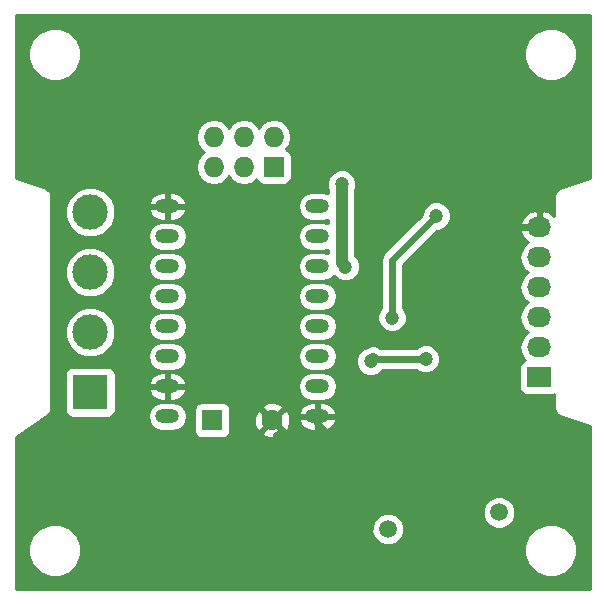
<source format=gbr>
G04 #@! TF.FileFunction,Copper,L1,Top,Signal*
%FSLAX46Y46*%
G04 Gerber Fmt 4.6, Leading zero omitted, Abs format (unit mm)*
G04 Created by KiCad (PCBNEW 0.201604172031+6696~44~ubuntu14.04.1-product) date Thu 21 Apr 2016 04:16:58 PM EEST*
%MOMM*%
%LPD*%
G01*
G04 APERTURE LIST*
%ADD10C,0.100000*%
%ADD11R,2.032000X1.727200*%
%ADD12O,2.032000X1.727200*%
%ADD13O,2.000000X1.200000*%
%ADD14R,1.727200X1.727200*%
%ADD15O,1.727200X1.727200*%
%ADD16R,1.778000X1.778000*%
%ADD17C,1.778000*%
%ADD18R,2.999740X2.999740*%
%ADD19C,2.999740*%
%ADD20C,1.500000*%
%ADD21C,1.200000*%
%ADD22C,1.000000*%
%ADD23C,0.600000*%
%ADD24C,0.254000*%
G04 APERTURE END LIST*
D10*
D11*
X142000000Y-61370000D03*
D12*
X142000000Y-58830000D03*
X142000000Y-56290000D03*
X142000000Y-53750000D03*
X142000000Y-51210000D03*
X142000000Y-48670000D03*
D13*
X110529759Y-64674669D03*
X123229759Y-64674669D03*
X110529759Y-62134669D03*
X123229759Y-62134669D03*
X110529759Y-59594669D03*
X123229759Y-59594669D03*
X110529759Y-57054669D03*
X123229759Y-57054669D03*
X110529759Y-54514669D03*
X123229759Y-54514669D03*
X110529759Y-51974669D03*
X123229759Y-51974669D03*
X110529759Y-49434669D03*
X123229759Y-49434669D03*
X110529759Y-46894669D03*
X123229759Y-46894669D03*
D14*
X119540000Y-43540000D03*
D15*
X119540000Y-41000000D03*
X117000000Y-43540000D03*
X117000000Y-41000000D03*
X114460000Y-43540000D03*
X114460000Y-41000000D03*
D16*
X114333000Y-65000000D03*
D17*
X119413000Y-65000000D03*
D18*
X104000000Y-62620000D03*
D19*
X104000000Y-57540000D03*
X104000000Y-52460000D03*
X104000000Y-47380000D03*
D20*
X129200000Y-74200000D03*
X138600000Y-72800000D03*
D21*
X120000000Y-66500000D03*
X121500000Y-66500000D03*
X123000000Y-66500000D03*
X124500000Y-66500000D03*
X129800000Y-68800000D03*
X134600000Y-68200000D03*
X132400000Y-57900000D03*
X131000000Y-57400000D03*
X113600000Y-61800000D03*
X112800000Y-60600000D03*
X140300000Y-47000000D03*
X139600000Y-48600000D03*
X141900000Y-46600000D03*
X127400000Y-50400000D03*
X127750000Y-60000000D03*
X132400000Y-59800000D03*
X129546235Y-56306160D03*
X133300000Y-47699998D03*
X125600000Y-52000000D03*
X125300000Y-45000000D03*
D22*
X114007669Y-64674669D02*
X114333000Y-65000000D01*
D23*
X123000000Y-66500000D02*
X121500000Y-66500000D01*
X123229759Y-64674669D02*
X123229759Y-65229759D01*
X123229759Y-65229759D02*
X124500000Y-66500000D01*
X132400000Y-57900000D02*
X131500000Y-57900000D01*
X131500000Y-57900000D02*
X131000000Y-57400000D01*
X112800000Y-60600000D02*
X112800000Y-61000000D01*
X112800000Y-61000000D02*
X113600000Y-61800000D01*
X142000000Y-48670000D02*
X139670000Y-48670000D01*
X139670000Y-48670000D02*
X139600000Y-48600000D01*
D22*
X127750000Y-60000000D02*
X127950000Y-59800000D01*
D23*
X127950000Y-59800000D02*
X132400000Y-59800000D01*
X129546235Y-51453763D02*
X129546235Y-56306160D01*
X133300000Y-47699998D02*
X129546235Y-51453763D01*
D22*
X125300001Y-51700001D02*
X125600000Y-52000000D01*
X125300000Y-45000000D02*
X125300001Y-51700001D01*
D24*
G36*
X146290000Y-44488261D02*
X143775478Y-45326435D01*
X143753314Y-45339069D01*
X143728295Y-45344046D01*
X143633673Y-45407270D01*
X143534807Y-45463628D01*
X143519167Y-45483780D01*
X143497954Y-45497954D01*
X143434733Y-45592572D01*
X143364956Y-45682478D01*
X143358217Y-45707086D01*
X143344046Y-45728295D01*
X143321845Y-45839907D01*
X143291787Y-45949669D01*
X143294977Y-45974977D01*
X143290000Y-46000000D01*
X143290000Y-47713702D01*
X142914320Y-47378046D01*
X142361913Y-47184816D01*
X142127000Y-47329076D01*
X142127000Y-48543000D01*
X142147000Y-48543000D01*
X142147000Y-48797000D01*
X142127000Y-48797000D01*
X142127000Y-48817000D01*
X141873000Y-48817000D01*
X141873000Y-48797000D01*
X140513783Y-48797000D01*
X140392642Y-49029026D01*
X140395291Y-49044791D01*
X140649268Y-49572036D01*
X141065069Y-49943539D01*
X140755585Y-50150330D01*
X140430729Y-50636511D01*
X140316655Y-51210000D01*
X140430729Y-51783489D01*
X140755585Y-52269670D01*
X141070366Y-52480000D01*
X140755585Y-52690330D01*
X140430729Y-53176511D01*
X140316655Y-53750000D01*
X140430729Y-54323489D01*
X140755585Y-54809670D01*
X141070366Y-55020000D01*
X140755585Y-55230330D01*
X140430729Y-55716511D01*
X140316655Y-56290000D01*
X140430729Y-56863489D01*
X140755585Y-57349670D01*
X141070366Y-57560000D01*
X140755585Y-57770330D01*
X140430729Y-58256511D01*
X140316655Y-58830000D01*
X140430729Y-59403489D01*
X140755585Y-59889670D01*
X140772566Y-59901016D01*
X140736235Y-59908243D01*
X140526191Y-60048591D01*
X140385843Y-60258635D01*
X140336560Y-60506400D01*
X140336560Y-62233600D01*
X140385843Y-62481365D01*
X140526191Y-62691409D01*
X140736235Y-62831757D01*
X140984000Y-62881040D01*
X143016000Y-62881040D01*
X143263765Y-62831757D01*
X143290000Y-62814227D01*
X143290000Y-64000000D01*
X143294977Y-64025023D01*
X143291787Y-64050331D01*
X143321845Y-64160093D01*
X143344046Y-64271705D01*
X143358217Y-64292914D01*
X143364956Y-64317522D01*
X143434733Y-64407428D01*
X143497954Y-64502046D01*
X143519167Y-64516220D01*
X143534807Y-64536372D01*
X143633673Y-64592730D01*
X143728295Y-64655954D01*
X143753314Y-64660931D01*
X143775478Y-64673565D01*
X146290000Y-65511739D01*
X146290000Y-79290000D01*
X97710000Y-79290000D01*
X97710000Y-76442619D01*
X98764613Y-76442619D01*
X99104155Y-77264372D01*
X99732321Y-77893636D01*
X100553481Y-78234611D01*
X101442619Y-78235387D01*
X102264372Y-77895845D01*
X102893636Y-77267679D01*
X103234611Y-76446519D01*
X103234614Y-76442619D01*
X140764613Y-76442619D01*
X141104155Y-77264372D01*
X141732321Y-77893636D01*
X142553481Y-78234611D01*
X143442619Y-78235387D01*
X144264372Y-77895845D01*
X144893636Y-77267679D01*
X145234611Y-76446519D01*
X145235387Y-75557381D01*
X144895845Y-74735628D01*
X144267679Y-74106364D01*
X143446519Y-73765389D01*
X142557381Y-73764613D01*
X141735628Y-74104155D01*
X141106364Y-74732321D01*
X140765389Y-75553481D01*
X140764613Y-76442619D01*
X103234614Y-76442619D01*
X103235387Y-75557381D01*
X102895845Y-74735628D01*
X102634959Y-74474285D01*
X127814760Y-74474285D01*
X128025169Y-74983515D01*
X128414436Y-75373461D01*
X128923298Y-75584759D01*
X129474285Y-75585240D01*
X129983515Y-75374831D01*
X130373461Y-74985564D01*
X130584759Y-74476702D01*
X130585240Y-73925715D01*
X130374831Y-73416485D01*
X130033227Y-73074285D01*
X137214760Y-73074285D01*
X137425169Y-73583515D01*
X137814436Y-73973461D01*
X138323298Y-74184759D01*
X138874285Y-74185240D01*
X139383515Y-73974831D01*
X139773461Y-73585564D01*
X139984759Y-73076702D01*
X139985240Y-72525715D01*
X139774831Y-72016485D01*
X139385564Y-71626539D01*
X138876702Y-71415241D01*
X138325715Y-71414760D01*
X137816485Y-71625169D01*
X137426539Y-72014436D01*
X137215241Y-72523298D01*
X137214760Y-73074285D01*
X130033227Y-73074285D01*
X129985564Y-73026539D01*
X129476702Y-72815241D01*
X128925715Y-72814760D01*
X128416485Y-73025169D01*
X128026539Y-73414436D01*
X127815241Y-73923298D01*
X127814760Y-74474285D01*
X102634959Y-74474285D01*
X102267679Y-74106364D01*
X101446519Y-73765389D01*
X100557381Y-73764613D01*
X99735628Y-74104155D01*
X99106364Y-74732321D01*
X98765389Y-75553481D01*
X98764613Y-76442619D01*
X97710000Y-76442619D01*
X97710000Y-66379981D01*
X100393837Y-64590756D01*
X100443596Y-64541101D01*
X100502046Y-64502046D01*
X100540693Y-64444206D01*
X100589930Y-64395072D01*
X100616899Y-64330155D01*
X100655954Y-64271705D01*
X100669525Y-64203482D01*
X100696212Y-64139243D01*
X100696285Y-64068948D01*
X100710000Y-64000000D01*
X100710000Y-61120130D01*
X101852690Y-61120130D01*
X101852690Y-64119870D01*
X101901973Y-64367635D01*
X102042321Y-64577679D01*
X102252365Y-64718027D01*
X102500130Y-64767310D01*
X105499870Y-64767310D01*
X105747635Y-64718027D01*
X105812524Y-64674669D01*
X108862727Y-64674669D01*
X108956736Y-65147283D01*
X109224450Y-65547946D01*
X109625113Y-65815660D01*
X110097727Y-65909669D01*
X110961791Y-65909669D01*
X111434405Y-65815660D01*
X111835068Y-65547946D01*
X112102782Y-65147283D01*
X112196791Y-64674669D01*
X112102782Y-64202055D01*
X112041942Y-64111000D01*
X112796560Y-64111000D01*
X112796560Y-65889000D01*
X112845843Y-66136765D01*
X112986191Y-66346809D01*
X113196235Y-66487157D01*
X113444000Y-66536440D01*
X115222000Y-66536440D01*
X115469765Y-66487157D01*
X115679809Y-66346809D01*
X115820157Y-66136765D01*
X115833000Y-66072196D01*
X118520409Y-66072196D01*
X118605467Y-66327539D01*
X119174965Y-66535516D01*
X119780700Y-66509723D01*
X120220533Y-66327539D01*
X120305591Y-66072196D01*
X119413000Y-65179605D01*
X118520409Y-66072196D01*
X115833000Y-66072196D01*
X115869440Y-65889000D01*
X115869440Y-64761965D01*
X117877484Y-64761965D01*
X117903277Y-65367700D01*
X118085461Y-65807533D01*
X118340804Y-65892591D01*
X119233395Y-65000000D01*
X119592605Y-65000000D01*
X120485196Y-65892591D01*
X120740539Y-65807533D01*
X120948516Y-65238035D01*
X120938052Y-64992278D01*
X121636297Y-64992278D01*
X121640167Y-65029950D01*
X121866679Y-65458143D01*
X122239812Y-65767059D01*
X122702759Y-65909669D01*
X123102759Y-65909669D01*
X123102759Y-64801669D01*
X123356759Y-64801669D01*
X123356759Y-65909669D01*
X123756759Y-65909669D01*
X124219706Y-65767059D01*
X124592839Y-65458143D01*
X124819351Y-65029950D01*
X124823221Y-64992278D01*
X124698490Y-64801669D01*
X123356759Y-64801669D01*
X123102759Y-64801669D01*
X121761028Y-64801669D01*
X121636297Y-64992278D01*
X120938052Y-64992278D01*
X120922723Y-64632300D01*
X120808716Y-64357060D01*
X121636297Y-64357060D01*
X121761028Y-64547669D01*
X123102759Y-64547669D01*
X123102759Y-63439669D01*
X123356759Y-63439669D01*
X123356759Y-64547669D01*
X124698490Y-64547669D01*
X124823221Y-64357060D01*
X124819351Y-64319388D01*
X124592839Y-63891195D01*
X124219706Y-63582279D01*
X123756759Y-63439669D01*
X123356759Y-63439669D01*
X123102759Y-63439669D01*
X122702759Y-63439669D01*
X122239812Y-63582279D01*
X121866679Y-63891195D01*
X121640167Y-64319388D01*
X121636297Y-64357060D01*
X120808716Y-64357060D01*
X120740539Y-64192467D01*
X120485196Y-64107409D01*
X119592605Y-65000000D01*
X119233395Y-65000000D01*
X118340804Y-64107409D01*
X118085461Y-64192467D01*
X117877484Y-64761965D01*
X115869440Y-64761965D01*
X115869440Y-64111000D01*
X115833001Y-63927804D01*
X118520409Y-63927804D01*
X119413000Y-64820395D01*
X120305591Y-63927804D01*
X120220533Y-63672461D01*
X119651035Y-63464484D01*
X119045300Y-63490277D01*
X118605467Y-63672461D01*
X118520409Y-63927804D01*
X115833001Y-63927804D01*
X115820157Y-63863235D01*
X115679809Y-63653191D01*
X115469765Y-63512843D01*
X115222000Y-63463560D01*
X113444000Y-63463560D01*
X113196235Y-63512843D01*
X112986191Y-63653191D01*
X112845843Y-63863235D01*
X112796560Y-64111000D01*
X112041942Y-64111000D01*
X111835068Y-63801392D01*
X111434405Y-63533678D01*
X110961791Y-63439669D01*
X110097727Y-63439669D01*
X109625113Y-63533678D01*
X109224450Y-63801392D01*
X108956736Y-64202055D01*
X108862727Y-64674669D01*
X105812524Y-64674669D01*
X105957679Y-64577679D01*
X106098027Y-64367635D01*
X106147310Y-64119870D01*
X106147310Y-62452278D01*
X108936297Y-62452278D01*
X108940167Y-62489950D01*
X109166679Y-62918143D01*
X109539812Y-63227059D01*
X110002759Y-63369669D01*
X110402759Y-63369669D01*
X110402759Y-62261669D01*
X110656759Y-62261669D01*
X110656759Y-63369669D01*
X111056759Y-63369669D01*
X111519706Y-63227059D01*
X111892839Y-62918143D01*
X112119351Y-62489950D01*
X112123221Y-62452278D01*
X111998490Y-62261669D01*
X110656759Y-62261669D01*
X110402759Y-62261669D01*
X109061028Y-62261669D01*
X108936297Y-62452278D01*
X106147310Y-62452278D01*
X106147310Y-62134669D01*
X121562727Y-62134669D01*
X121656736Y-62607283D01*
X121924450Y-63007946D01*
X122325113Y-63275660D01*
X122797727Y-63369669D01*
X123661791Y-63369669D01*
X124134405Y-63275660D01*
X124535068Y-63007946D01*
X124802782Y-62607283D01*
X124896791Y-62134669D01*
X124802782Y-61662055D01*
X124535068Y-61261392D01*
X124134405Y-60993678D01*
X123661791Y-60899669D01*
X122797727Y-60899669D01*
X122325113Y-60993678D01*
X121924450Y-61261392D01*
X121656736Y-61662055D01*
X121562727Y-62134669D01*
X106147310Y-62134669D01*
X106147310Y-61817060D01*
X108936297Y-61817060D01*
X109061028Y-62007669D01*
X110402759Y-62007669D01*
X110402759Y-60899669D01*
X110656759Y-60899669D01*
X110656759Y-62007669D01*
X111998490Y-62007669D01*
X112123221Y-61817060D01*
X112119351Y-61779388D01*
X111892839Y-61351195D01*
X111519706Y-61042279D01*
X111056759Y-60899669D01*
X110656759Y-60899669D01*
X110402759Y-60899669D01*
X110002759Y-60899669D01*
X109539812Y-61042279D01*
X109166679Y-61351195D01*
X108940167Y-61779388D01*
X108936297Y-61817060D01*
X106147310Y-61817060D01*
X106147310Y-61120130D01*
X106098027Y-60872365D01*
X105957679Y-60662321D01*
X105747635Y-60521973D01*
X105499870Y-60472690D01*
X102500130Y-60472690D01*
X102252365Y-60521973D01*
X102042321Y-60662321D01*
X101901973Y-60872365D01*
X101852690Y-61120130D01*
X100710000Y-61120130D01*
X100710000Y-57962789D01*
X101864760Y-57962789D01*
X102189090Y-58747727D01*
X102789114Y-59348800D01*
X103573485Y-59674499D01*
X104422789Y-59675240D01*
X104617785Y-59594669D01*
X108862727Y-59594669D01*
X108956736Y-60067283D01*
X109224450Y-60467946D01*
X109625113Y-60735660D01*
X110097727Y-60829669D01*
X110961791Y-60829669D01*
X111434405Y-60735660D01*
X111835068Y-60467946D01*
X112102782Y-60067283D01*
X112196791Y-59594669D01*
X121562727Y-59594669D01*
X121656736Y-60067283D01*
X121924450Y-60467946D01*
X122325113Y-60735660D01*
X122797727Y-60829669D01*
X123661791Y-60829669D01*
X124134405Y-60735660D01*
X124535068Y-60467946D01*
X124684316Y-60244579D01*
X126514786Y-60244579D01*
X126702408Y-60698657D01*
X127049515Y-61046371D01*
X127503266Y-61234785D01*
X127994579Y-61235214D01*
X128448657Y-61047592D01*
X128761796Y-60735000D01*
X131588338Y-60735000D01*
X131699515Y-60846371D01*
X132153266Y-61034785D01*
X132644579Y-61035214D01*
X133098657Y-60847592D01*
X133446371Y-60500485D01*
X133634785Y-60046734D01*
X133635214Y-59555421D01*
X133447592Y-59101343D01*
X133100485Y-58753629D01*
X132646734Y-58565215D01*
X132155421Y-58564786D01*
X131701343Y-58752408D01*
X131588554Y-58865000D01*
X128554364Y-58865000D01*
X128384345Y-58751397D01*
X127950000Y-58665000D01*
X127515655Y-58751397D01*
X127479730Y-58775401D01*
X127051343Y-58952408D01*
X126703629Y-59299515D01*
X126515215Y-59753266D01*
X126514786Y-60244579D01*
X124684316Y-60244579D01*
X124802782Y-60067283D01*
X124896791Y-59594669D01*
X124802782Y-59122055D01*
X124535068Y-58721392D01*
X124134405Y-58453678D01*
X123661791Y-58359669D01*
X122797727Y-58359669D01*
X122325113Y-58453678D01*
X121924450Y-58721392D01*
X121656736Y-59122055D01*
X121562727Y-59594669D01*
X112196791Y-59594669D01*
X112102782Y-59122055D01*
X111835068Y-58721392D01*
X111434405Y-58453678D01*
X110961791Y-58359669D01*
X110097727Y-58359669D01*
X109625113Y-58453678D01*
X109224450Y-58721392D01*
X108956736Y-59122055D01*
X108862727Y-59594669D01*
X104617785Y-59594669D01*
X105207727Y-59350910D01*
X105808800Y-58750886D01*
X106134499Y-57966515D01*
X106135240Y-57117211D01*
X106109399Y-57054669D01*
X108862727Y-57054669D01*
X108956736Y-57527283D01*
X109224450Y-57927946D01*
X109625113Y-58195660D01*
X110097727Y-58289669D01*
X110961791Y-58289669D01*
X111434405Y-58195660D01*
X111835068Y-57927946D01*
X112102782Y-57527283D01*
X112196791Y-57054669D01*
X121562727Y-57054669D01*
X121656736Y-57527283D01*
X121924450Y-57927946D01*
X122325113Y-58195660D01*
X122797727Y-58289669D01*
X123661791Y-58289669D01*
X124134405Y-58195660D01*
X124535068Y-57927946D01*
X124802782Y-57527283D01*
X124896791Y-57054669D01*
X124802782Y-56582055D01*
X124781858Y-56550739D01*
X128311021Y-56550739D01*
X128498643Y-57004817D01*
X128845750Y-57352531D01*
X129299501Y-57540945D01*
X129790814Y-57541374D01*
X130244892Y-57353752D01*
X130592606Y-57006645D01*
X130781020Y-56552894D01*
X130781449Y-56061581D01*
X130593827Y-55607503D01*
X130481235Y-55494714D01*
X130481235Y-51841053D01*
X133387213Y-48935075D01*
X133544579Y-48935212D01*
X133998657Y-48747590D01*
X134346371Y-48400483D01*
X134383538Y-48310974D01*
X140392642Y-48310974D01*
X140513783Y-48543000D01*
X141873000Y-48543000D01*
X141873000Y-47329076D01*
X141638087Y-47184816D01*
X141085680Y-47378046D01*
X140649268Y-47767964D01*
X140395291Y-48295209D01*
X140392642Y-48310974D01*
X134383538Y-48310974D01*
X134534785Y-47946732D01*
X134535214Y-47455419D01*
X134347592Y-47001341D01*
X134000485Y-46653627D01*
X133546734Y-46465213D01*
X133055421Y-46464784D01*
X132601343Y-46652406D01*
X132253629Y-46999513D01*
X132065215Y-47453264D01*
X132065076Y-47612632D01*
X128885090Y-50792618D01*
X128682408Y-51095954D01*
X128611235Y-51453763D01*
X128611235Y-55494498D01*
X128499864Y-55605675D01*
X128311450Y-56059426D01*
X128311021Y-56550739D01*
X124781858Y-56550739D01*
X124535068Y-56181392D01*
X124134405Y-55913678D01*
X123661791Y-55819669D01*
X122797727Y-55819669D01*
X122325113Y-55913678D01*
X121924450Y-56181392D01*
X121656736Y-56582055D01*
X121562727Y-57054669D01*
X112196791Y-57054669D01*
X112102782Y-56582055D01*
X111835068Y-56181392D01*
X111434405Y-55913678D01*
X110961791Y-55819669D01*
X110097727Y-55819669D01*
X109625113Y-55913678D01*
X109224450Y-56181392D01*
X108956736Y-56582055D01*
X108862727Y-57054669D01*
X106109399Y-57054669D01*
X105810910Y-56332273D01*
X105210886Y-55731200D01*
X104426515Y-55405501D01*
X103577211Y-55404760D01*
X102792273Y-55729090D01*
X102191200Y-56329114D01*
X101865501Y-57113485D01*
X101864760Y-57962789D01*
X100710000Y-57962789D01*
X100710000Y-52882789D01*
X101864760Y-52882789D01*
X102189090Y-53667727D01*
X102789114Y-54268800D01*
X103573485Y-54594499D01*
X104422789Y-54595240D01*
X104617785Y-54514669D01*
X108862727Y-54514669D01*
X108956736Y-54987283D01*
X109224450Y-55387946D01*
X109625113Y-55655660D01*
X110097727Y-55749669D01*
X110961791Y-55749669D01*
X111434405Y-55655660D01*
X111835068Y-55387946D01*
X112102782Y-54987283D01*
X112196791Y-54514669D01*
X121562727Y-54514669D01*
X121656736Y-54987283D01*
X121924450Y-55387946D01*
X122325113Y-55655660D01*
X122797727Y-55749669D01*
X123661791Y-55749669D01*
X124134405Y-55655660D01*
X124535068Y-55387946D01*
X124802782Y-54987283D01*
X124896791Y-54514669D01*
X124802782Y-54042055D01*
X124535068Y-53641392D01*
X124134405Y-53373678D01*
X123661791Y-53279669D01*
X122797727Y-53279669D01*
X122325113Y-53373678D01*
X121924450Y-53641392D01*
X121656736Y-54042055D01*
X121562727Y-54514669D01*
X112196791Y-54514669D01*
X112102782Y-54042055D01*
X111835068Y-53641392D01*
X111434405Y-53373678D01*
X110961791Y-53279669D01*
X110097727Y-53279669D01*
X109625113Y-53373678D01*
X109224450Y-53641392D01*
X108956736Y-54042055D01*
X108862727Y-54514669D01*
X104617785Y-54514669D01*
X105207727Y-54270910D01*
X105808800Y-53670886D01*
X106134499Y-52886515D01*
X106135240Y-52037211D01*
X106109399Y-51974669D01*
X108862727Y-51974669D01*
X108956736Y-52447283D01*
X109224450Y-52847946D01*
X109625113Y-53115660D01*
X110097727Y-53209669D01*
X110961791Y-53209669D01*
X111434405Y-53115660D01*
X111835068Y-52847946D01*
X112102782Y-52447283D01*
X112196791Y-51974669D01*
X112102782Y-51502055D01*
X111835068Y-51101392D01*
X111434405Y-50833678D01*
X110961791Y-50739669D01*
X110097727Y-50739669D01*
X109625113Y-50833678D01*
X109224450Y-51101392D01*
X108956736Y-51502055D01*
X108862727Y-51974669D01*
X106109399Y-51974669D01*
X105810910Y-51252273D01*
X105210886Y-50651200D01*
X104426515Y-50325501D01*
X103577211Y-50324760D01*
X102792273Y-50649090D01*
X102191200Y-51249114D01*
X101865501Y-52033485D01*
X101864760Y-52882789D01*
X100710000Y-52882789D01*
X100710000Y-47802789D01*
X101864760Y-47802789D01*
X102189090Y-48587727D01*
X102789114Y-49188800D01*
X103573485Y-49514499D01*
X104422789Y-49515240D01*
X104617785Y-49434669D01*
X108862727Y-49434669D01*
X108956736Y-49907283D01*
X109224450Y-50307946D01*
X109625113Y-50575660D01*
X110097727Y-50669669D01*
X110961791Y-50669669D01*
X111434405Y-50575660D01*
X111835068Y-50307946D01*
X112102782Y-49907283D01*
X112196791Y-49434669D01*
X112102782Y-48962055D01*
X111835068Y-48561392D01*
X111434405Y-48293678D01*
X110961791Y-48199669D01*
X110097727Y-48199669D01*
X109625113Y-48293678D01*
X109224450Y-48561392D01*
X108956736Y-48962055D01*
X108862727Y-49434669D01*
X104617785Y-49434669D01*
X105207727Y-49190910D01*
X105808800Y-48590886D01*
X106134499Y-47806515D01*
X106135017Y-47212278D01*
X108936297Y-47212278D01*
X108940167Y-47249950D01*
X109166679Y-47678143D01*
X109539812Y-47987059D01*
X110002759Y-48129669D01*
X110402759Y-48129669D01*
X110402759Y-47021669D01*
X110656759Y-47021669D01*
X110656759Y-48129669D01*
X111056759Y-48129669D01*
X111519706Y-47987059D01*
X111892839Y-47678143D01*
X112119351Y-47249950D01*
X112123221Y-47212278D01*
X111998490Y-47021669D01*
X110656759Y-47021669D01*
X110402759Y-47021669D01*
X109061028Y-47021669D01*
X108936297Y-47212278D01*
X106135017Y-47212278D01*
X106135240Y-46957211D01*
X106109399Y-46894669D01*
X121562727Y-46894669D01*
X121656736Y-47367283D01*
X121924450Y-47767946D01*
X122325113Y-48035660D01*
X122797727Y-48129669D01*
X123661791Y-48129669D01*
X124134405Y-48035660D01*
X124165000Y-48015217D01*
X124165000Y-48314121D01*
X124134405Y-48293678D01*
X123661791Y-48199669D01*
X122797727Y-48199669D01*
X122325113Y-48293678D01*
X121924450Y-48561392D01*
X121656736Y-48962055D01*
X121562727Y-49434669D01*
X121656736Y-49907283D01*
X121924450Y-50307946D01*
X122325113Y-50575660D01*
X122797727Y-50669669D01*
X123661791Y-50669669D01*
X124134405Y-50575660D01*
X124165001Y-50555217D01*
X124165001Y-50854121D01*
X124134405Y-50833678D01*
X123661791Y-50739669D01*
X122797727Y-50739669D01*
X122325113Y-50833678D01*
X121924450Y-51101392D01*
X121656736Y-51502055D01*
X121562727Y-51974669D01*
X121656736Y-52447283D01*
X121924450Y-52847946D01*
X122325113Y-53115660D01*
X122797727Y-53209669D01*
X123661791Y-53209669D01*
X124134405Y-53115660D01*
X124535068Y-52847946D01*
X124601776Y-52748111D01*
X124899515Y-53046371D01*
X125353266Y-53234785D01*
X125844579Y-53235214D01*
X126298657Y-53047592D01*
X126646371Y-52700485D01*
X126834785Y-52246734D01*
X126835214Y-51755421D01*
X126647592Y-51301343D01*
X126435001Y-51088380D01*
X126435000Y-45487043D01*
X126534785Y-45246734D01*
X126535214Y-44755421D01*
X126347592Y-44301343D01*
X126000485Y-43953629D01*
X125546734Y-43765215D01*
X125055421Y-43764786D01*
X124601343Y-43952408D01*
X124253629Y-44299515D01*
X124065215Y-44753266D01*
X124064786Y-45244579D01*
X124165000Y-45487115D01*
X124165000Y-45774121D01*
X124134405Y-45753678D01*
X123661791Y-45659669D01*
X122797727Y-45659669D01*
X122325113Y-45753678D01*
X121924450Y-46021392D01*
X121656736Y-46422055D01*
X121562727Y-46894669D01*
X106109399Y-46894669D01*
X105978165Y-46577060D01*
X108936297Y-46577060D01*
X109061028Y-46767669D01*
X110402759Y-46767669D01*
X110402759Y-45659669D01*
X110656759Y-45659669D01*
X110656759Y-46767669D01*
X111998490Y-46767669D01*
X112123221Y-46577060D01*
X112119351Y-46539388D01*
X111892839Y-46111195D01*
X111519706Y-45802279D01*
X111056759Y-45659669D01*
X110656759Y-45659669D01*
X110402759Y-45659669D01*
X110002759Y-45659669D01*
X109539812Y-45802279D01*
X109166679Y-46111195D01*
X108940167Y-46539388D01*
X108936297Y-46577060D01*
X105978165Y-46577060D01*
X105810910Y-46172273D01*
X105210886Y-45571200D01*
X104426515Y-45245501D01*
X103577211Y-45244760D01*
X102792273Y-45569090D01*
X102191200Y-46169114D01*
X101865501Y-46953485D01*
X101864760Y-47802789D01*
X100710000Y-47802789D01*
X100710000Y-46000000D01*
X100705023Y-45974980D01*
X100708214Y-45949669D01*
X100678154Y-45839899D01*
X100655954Y-45728295D01*
X100641783Y-45707086D01*
X100635044Y-45682478D01*
X100565267Y-45592572D01*
X100502046Y-45497954D01*
X100480833Y-45483780D01*
X100465193Y-45463628D01*
X100366327Y-45407270D01*
X100271705Y-45344046D01*
X100246686Y-45339069D01*
X100224522Y-45326435D01*
X97710000Y-44488261D01*
X97710000Y-40970641D01*
X112961400Y-40970641D01*
X112961400Y-41029359D01*
X113075474Y-41602848D01*
X113400330Y-42089029D01*
X113671172Y-42270000D01*
X113400330Y-42450971D01*
X113075474Y-42937152D01*
X112961400Y-43510641D01*
X112961400Y-43569359D01*
X113075474Y-44142848D01*
X113400330Y-44629029D01*
X113886511Y-44953885D01*
X114460000Y-45067959D01*
X115033489Y-44953885D01*
X115519670Y-44629029D01*
X115730000Y-44314248D01*
X115940330Y-44629029D01*
X116426511Y-44953885D01*
X117000000Y-45067959D01*
X117573489Y-44953885D01*
X118059670Y-44629029D01*
X118070559Y-44612733D01*
X118078243Y-44651365D01*
X118218591Y-44861409D01*
X118428635Y-45001757D01*
X118676400Y-45051040D01*
X120403600Y-45051040D01*
X120651365Y-45001757D01*
X120861409Y-44861409D01*
X121001757Y-44651365D01*
X121051040Y-44403600D01*
X121051040Y-42676400D01*
X121001757Y-42428635D01*
X120861409Y-42218591D01*
X120651365Y-42078243D01*
X120612096Y-42070432D01*
X120924526Y-41602848D01*
X121038600Y-41029359D01*
X121038600Y-40970641D01*
X120924526Y-40397152D01*
X120599670Y-39910971D01*
X120113489Y-39586115D01*
X119540000Y-39472041D01*
X118966511Y-39586115D01*
X118480330Y-39910971D01*
X118270000Y-40225752D01*
X118059670Y-39910971D01*
X117573489Y-39586115D01*
X117000000Y-39472041D01*
X116426511Y-39586115D01*
X115940330Y-39910971D01*
X115730000Y-40225752D01*
X115519670Y-39910971D01*
X115033489Y-39586115D01*
X114460000Y-39472041D01*
X113886511Y-39586115D01*
X113400330Y-39910971D01*
X113075474Y-40397152D01*
X112961400Y-40970641D01*
X97710000Y-40970641D01*
X97710000Y-34442619D01*
X98764613Y-34442619D01*
X99104155Y-35264372D01*
X99732321Y-35893636D01*
X100553481Y-36234611D01*
X101442619Y-36235387D01*
X102264372Y-35895845D01*
X102893636Y-35267679D01*
X103234611Y-34446519D01*
X103234614Y-34442619D01*
X140764613Y-34442619D01*
X141104155Y-35264372D01*
X141732321Y-35893636D01*
X142553481Y-36234611D01*
X143442619Y-36235387D01*
X144264372Y-35895845D01*
X144893636Y-35267679D01*
X145234611Y-34446519D01*
X145235387Y-33557381D01*
X144895845Y-32735628D01*
X144267679Y-32106364D01*
X143446519Y-31765389D01*
X142557381Y-31764613D01*
X141735628Y-32104155D01*
X141106364Y-32732321D01*
X140765389Y-33553481D01*
X140764613Y-34442619D01*
X103234614Y-34442619D01*
X103235387Y-33557381D01*
X102895845Y-32735628D01*
X102267679Y-32106364D01*
X101446519Y-31765389D01*
X100557381Y-31764613D01*
X99735628Y-32104155D01*
X99106364Y-32732321D01*
X98765389Y-33553481D01*
X98764613Y-34442619D01*
X97710000Y-34442619D01*
X97710000Y-30710000D01*
X146290000Y-30710000D01*
X146290000Y-44488261D01*
X146290000Y-44488261D01*
G37*
X146290000Y-44488261D02*
X143775478Y-45326435D01*
X143753314Y-45339069D01*
X143728295Y-45344046D01*
X143633673Y-45407270D01*
X143534807Y-45463628D01*
X143519167Y-45483780D01*
X143497954Y-45497954D01*
X143434733Y-45592572D01*
X143364956Y-45682478D01*
X143358217Y-45707086D01*
X143344046Y-45728295D01*
X143321845Y-45839907D01*
X143291787Y-45949669D01*
X143294977Y-45974977D01*
X143290000Y-46000000D01*
X143290000Y-47713702D01*
X142914320Y-47378046D01*
X142361913Y-47184816D01*
X142127000Y-47329076D01*
X142127000Y-48543000D01*
X142147000Y-48543000D01*
X142147000Y-48797000D01*
X142127000Y-48797000D01*
X142127000Y-48817000D01*
X141873000Y-48817000D01*
X141873000Y-48797000D01*
X140513783Y-48797000D01*
X140392642Y-49029026D01*
X140395291Y-49044791D01*
X140649268Y-49572036D01*
X141065069Y-49943539D01*
X140755585Y-50150330D01*
X140430729Y-50636511D01*
X140316655Y-51210000D01*
X140430729Y-51783489D01*
X140755585Y-52269670D01*
X141070366Y-52480000D01*
X140755585Y-52690330D01*
X140430729Y-53176511D01*
X140316655Y-53750000D01*
X140430729Y-54323489D01*
X140755585Y-54809670D01*
X141070366Y-55020000D01*
X140755585Y-55230330D01*
X140430729Y-55716511D01*
X140316655Y-56290000D01*
X140430729Y-56863489D01*
X140755585Y-57349670D01*
X141070366Y-57560000D01*
X140755585Y-57770330D01*
X140430729Y-58256511D01*
X140316655Y-58830000D01*
X140430729Y-59403489D01*
X140755585Y-59889670D01*
X140772566Y-59901016D01*
X140736235Y-59908243D01*
X140526191Y-60048591D01*
X140385843Y-60258635D01*
X140336560Y-60506400D01*
X140336560Y-62233600D01*
X140385843Y-62481365D01*
X140526191Y-62691409D01*
X140736235Y-62831757D01*
X140984000Y-62881040D01*
X143016000Y-62881040D01*
X143263765Y-62831757D01*
X143290000Y-62814227D01*
X143290000Y-64000000D01*
X143294977Y-64025023D01*
X143291787Y-64050331D01*
X143321845Y-64160093D01*
X143344046Y-64271705D01*
X143358217Y-64292914D01*
X143364956Y-64317522D01*
X143434733Y-64407428D01*
X143497954Y-64502046D01*
X143519167Y-64516220D01*
X143534807Y-64536372D01*
X143633673Y-64592730D01*
X143728295Y-64655954D01*
X143753314Y-64660931D01*
X143775478Y-64673565D01*
X146290000Y-65511739D01*
X146290000Y-79290000D01*
X97710000Y-79290000D01*
X97710000Y-76442619D01*
X98764613Y-76442619D01*
X99104155Y-77264372D01*
X99732321Y-77893636D01*
X100553481Y-78234611D01*
X101442619Y-78235387D01*
X102264372Y-77895845D01*
X102893636Y-77267679D01*
X103234611Y-76446519D01*
X103234614Y-76442619D01*
X140764613Y-76442619D01*
X141104155Y-77264372D01*
X141732321Y-77893636D01*
X142553481Y-78234611D01*
X143442619Y-78235387D01*
X144264372Y-77895845D01*
X144893636Y-77267679D01*
X145234611Y-76446519D01*
X145235387Y-75557381D01*
X144895845Y-74735628D01*
X144267679Y-74106364D01*
X143446519Y-73765389D01*
X142557381Y-73764613D01*
X141735628Y-74104155D01*
X141106364Y-74732321D01*
X140765389Y-75553481D01*
X140764613Y-76442619D01*
X103234614Y-76442619D01*
X103235387Y-75557381D01*
X102895845Y-74735628D01*
X102634959Y-74474285D01*
X127814760Y-74474285D01*
X128025169Y-74983515D01*
X128414436Y-75373461D01*
X128923298Y-75584759D01*
X129474285Y-75585240D01*
X129983515Y-75374831D01*
X130373461Y-74985564D01*
X130584759Y-74476702D01*
X130585240Y-73925715D01*
X130374831Y-73416485D01*
X130033227Y-73074285D01*
X137214760Y-73074285D01*
X137425169Y-73583515D01*
X137814436Y-73973461D01*
X138323298Y-74184759D01*
X138874285Y-74185240D01*
X139383515Y-73974831D01*
X139773461Y-73585564D01*
X139984759Y-73076702D01*
X139985240Y-72525715D01*
X139774831Y-72016485D01*
X139385564Y-71626539D01*
X138876702Y-71415241D01*
X138325715Y-71414760D01*
X137816485Y-71625169D01*
X137426539Y-72014436D01*
X137215241Y-72523298D01*
X137214760Y-73074285D01*
X130033227Y-73074285D01*
X129985564Y-73026539D01*
X129476702Y-72815241D01*
X128925715Y-72814760D01*
X128416485Y-73025169D01*
X128026539Y-73414436D01*
X127815241Y-73923298D01*
X127814760Y-74474285D01*
X102634959Y-74474285D01*
X102267679Y-74106364D01*
X101446519Y-73765389D01*
X100557381Y-73764613D01*
X99735628Y-74104155D01*
X99106364Y-74732321D01*
X98765389Y-75553481D01*
X98764613Y-76442619D01*
X97710000Y-76442619D01*
X97710000Y-66379981D01*
X100393837Y-64590756D01*
X100443596Y-64541101D01*
X100502046Y-64502046D01*
X100540693Y-64444206D01*
X100589930Y-64395072D01*
X100616899Y-64330155D01*
X100655954Y-64271705D01*
X100669525Y-64203482D01*
X100696212Y-64139243D01*
X100696285Y-64068948D01*
X100710000Y-64000000D01*
X100710000Y-61120130D01*
X101852690Y-61120130D01*
X101852690Y-64119870D01*
X101901973Y-64367635D01*
X102042321Y-64577679D01*
X102252365Y-64718027D01*
X102500130Y-64767310D01*
X105499870Y-64767310D01*
X105747635Y-64718027D01*
X105812524Y-64674669D01*
X108862727Y-64674669D01*
X108956736Y-65147283D01*
X109224450Y-65547946D01*
X109625113Y-65815660D01*
X110097727Y-65909669D01*
X110961791Y-65909669D01*
X111434405Y-65815660D01*
X111835068Y-65547946D01*
X112102782Y-65147283D01*
X112196791Y-64674669D01*
X112102782Y-64202055D01*
X112041942Y-64111000D01*
X112796560Y-64111000D01*
X112796560Y-65889000D01*
X112845843Y-66136765D01*
X112986191Y-66346809D01*
X113196235Y-66487157D01*
X113444000Y-66536440D01*
X115222000Y-66536440D01*
X115469765Y-66487157D01*
X115679809Y-66346809D01*
X115820157Y-66136765D01*
X115833000Y-66072196D01*
X118520409Y-66072196D01*
X118605467Y-66327539D01*
X119174965Y-66535516D01*
X119780700Y-66509723D01*
X120220533Y-66327539D01*
X120305591Y-66072196D01*
X119413000Y-65179605D01*
X118520409Y-66072196D01*
X115833000Y-66072196D01*
X115869440Y-65889000D01*
X115869440Y-64761965D01*
X117877484Y-64761965D01*
X117903277Y-65367700D01*
X118085461Y-65807533D01*
X118340804Y-65892591D01*
X119233395Y-65000000D01*
X119592605Y-65000000D01*
X120485196Y-65892591D01*
X120740539Y-65807533D01*
X120948516Y-65238035D01*
X120938052Y-64992278D01*
X121636297Y-64992278D01*
X121640167Y-65029950D01*
X121866679Y-65458143D01*
X122239812Y-65767059D01*
X122702759Y-65909669D01*
X123102759Y-65909669D01*
X123102759Y-64801669D01*
X123356759Y-64801669D01*
X123356759Y-65909669D01*
X123756759Y-65909669D01*
X124219706Y-65767059D01*
X124592839Y-65458143D01*
X124819351Y-65029950D01*
X124823221Y-64992278D01*
X124698490Y-64801669D01*
X123356759Y-64801669D01*
X123102759Y-64801669D01*
X121761028Y-64801669D01*
X121636297Y-64992278D01*
X120938052Y-64992278D01*
X120922723Y-64632300D01*
X120808716Y-64357060D01*
X121636297Y-64357060D01*
X121761028Y-64547669D01*
X123102759Y-64547669D01*
X123102759Y-63439669D01*
X123356759Y-63439669D01*
X123356759Y-64547669D01*
X124698490Y-64547669D01*
X124823221Y-64357060D01*
X124819351Y-64319388D01*
X124592839Y-63891195D01*
X124219706Y-63582279D01*
X123756759Y-63439669D01*
X123356759Y-63439669D01*
X123102759Y-63439669D01*
X122702759Y-63439669D01*
X122239812Y-63582279D01*
X121866679Y-63891195D01*
X121640167Y-64319388D01*
X121636297Y-64357060D01*
X120808716Y-64357060D01*
X120740539Y-64192467D01*
X120485196Y-64107409D01*
X119592605Y-65000000D01*
X119233395Y-65000000D01*
X118340804Y-64107409D01*
X118085461Y-64192467D01*
X117877484Y-64761965D01*
X115869440Y-64761965D01*
X115869440Y-64111000D01*
X115833001Y-63927804D01*
X118520409Y-63927804D01*
X119413000Y-64820395D01*
X120305591Y-63927804D01*
X120220533Y-63672461D01*
X119651035Y-63464484D01*
X119045300Y-63490277D01*
X118605467Y-63672461D01*
X118520409Y-63927804D01*
X115833001Y-63927804D01*
X115820157Y-63863235D01*
X115679809Y-63653191D01*
X115469765Y-63512843D01*
X115222000Y-63463560D01*
X113444000Y-63463560D01*
X113196235Y-63512843D01*
X112986191Y-63653191D01*
X112845843Y-63863235D01*
X112796560Y-64111000D01*
X112041942Y-64111000D01*
X111835068Y-63801392D01*
X111434405Y-63533678D01*
X110961791Y-63439669D01*
X110097727Y-63439669D01*
X109625113Y-63533678D01*
X109224450Y-63801392D01*
X108956736Y-64202055D01*
X108862727Y-64674669D01*
X105812524Y-64674669D01*
X105957679Y-64577679D01*
X106098027Y-64367635D01*
X106147310Y-64119870D01*
X106147310Y-62452278D01*
X108936297Y-62452278D01*
X108940167Y-62489950D01*
X109166679Y-62918143D01*
X109539812Y-63227059D01*
X110002759Y-63369669D01*
X110402759Y-63369669D01*
X110402759Y-62261669D01*
X110656759Y-62261669D01*
X110656759Y-63369669D01*
X111056759Y-63369669D01*
X111519706Y-63227059D01*
X111892839Y-62918143D01*
X112119351Y-62489950D01*
X112123221Y-62452278D01*
X111998490Y-62261669D01*
X110656759Y-62261669D01*
X110402759Y-62261669D01*
X109061028Y-62261669D01*
X108936297Y-62452278D01*
X106147310Y-62452278D01*
X106147310Y-62134669D01*
X121562727Y-62134669D01*
X121656736Y-62607283D01*
X121924450Y-63007946D01*
X122325113Y-63275660D01*
X122797727Y-63369669D01*
X123661791Y-63369669D01*
X124134405Y-63275660D01*
X124535068Y-63007946D01*
X124802782Y-62607283D01*
X124896791Y-62134669D01*
X124802782Y-61662055D01*
X124535068Y-61261392D01*
X124134405Y-60993678D01*
X123661791Y-60899669D01*
X122797727Y-60899669D01*
X122325113Y-60993678D01*
X121924450Y-61261392D01*
X121656736Y-61662055D01*
X121562727Y-62134669D01*
X106147310Y-62134669D01*
X106147310Y-61817060D01*
X108936297Y-61817060D01*
X109061028Y-62007669D01*
X110402759Y-62007669D01*
X110402759Y-60899669D01*
X110656759Y-60899669D01*
X110656759Y-62007669D01*
X111998490Y-62007669D01*
X112123221Y-61817060D01*
X112119351Y-61779388D01*
X111892839Y-61351195D01*
X111519706Y-61042279D01*
X111056759Y-60899669D01*
X110656759Y-60899669D01*
X110402759Y-60899669D01*
X110002759Y-60899669D01*
X109539812Y-61042279D01*
X109166679Y-61351195D01*
X108940167Y-61779388D01*
X108936297Y-61817060D01*
X106147310Y-61817060D01*
X106147310Y-61120130D01*
X106098027Y-60872365D01*
X105957679Y-60662321D01*
X105747635Y-60521973D01*
X105499870Y-60472690D01*
X102500130Y-60472690D01*
X102252365Y-60521973D01*
X102042321Y-60662321D01*
X101901973Y-60872365D01*
X101852690Y-61120130D01*
X100710000Y-61120130D01*
X100710000Y-57962789D01*
X101864760Y-57962789D01*
X102189090Y-58747727D01*
X102789114Y-59348800D01*
X103573485Y-59674499D01*
X104422789Y-59675240D01*
X104617785Y-59594669D01*
X108862727Y-59594669D01*
X108956736Y-60067283D01*
X109224450Y-60467946D01*
X109625113Y-60735660D01*
X110097727Y-60829669D01*
X110961791Y-60829669D01*
X111434405Y-60735660D01*
X111835068Y-60467946D01*
X112102782Y-60067283D01*
X112196791Y-59594669D01*
X121562727Y-59594669D01*
X121656736Y-60067283D01*
X121924450Y-60467946D01*
X122325113Y-60735660D01*
X122797727Y-60829669D01*
X123661791Y-60829669D01*
X124134405Y-60735660D01*
X124535068Y-60467946D01*
X124684316Y-60244579D01*
X126514786Y-60244579D01*
X126702408Y-60698657D01*
X127049515Y-61046371D01*
X127503266Y-61234785D01*
X127994579Y-61235214D01*
X128448657Y-61047592D01*
X128761796Y-60735000D01*
X131588338Y-60735000D01*
X131699515Y-60846371D01*
X132153266Y-61034785D01*
X132644579Y-61035214D01*
X133098657Y-60847592D01*
X133446371Y-60500485D01*
X133634785Y-60046734D01*
X133635214Y-59555421D01*
X133447592Y-59101343D01*
X133100485Y-58753629D01*
X132646734Y-58565215D01*
X132155421Y-58564786D01*
X131701343Y-58752408D01*
X131588554Y-58865000D01*
X128554364Y-58865000D01*
X128384345Y-58751397D01*
X127950000Y-58665000D01*
X127515655Y-58751397D01*
X127479730Y-58775401D01*
X127051343Y-58952408D01*
X126703629Y-59299515D01*
X126515215Y-59753266D01*
X126514786Y-60244579D01*
X124684316Y-60244579D01*
X124802782Y-60067283D01*
X124896791Y-59594669D01*
X124802782Y-59122055D01*
X124535068Y-58721392D01*
X124134405Y-58453678D01*
X123661791Y-58359669D01*
X122797727Y-58359669D01*
X122325113Y-58453678D01*
X121924450Y-58721392D01*
X121656736Y-59122055D01*
X121562727Y-59594669D01*
X112196791Y-59594669D01*
X112102782Y-59122055D01*
X111835068Y-58721392D01*
X111434405Y-58453678D01*
X110961791Y-58359669D01*
X110097727Y-58359669D01*
X109625113Y-58453678D01*
X109224450Y-58721392D01*
X108956736Y-59122055D01*
X108862727Y-59594669D01*
X104617785Y-59594669D01*
X105207727Y-59350910D01*
X105808800Y-58750886D01*
X106134499Y-57966515D01*
X106135240Y-57117211D01*
X106109399Y-57054669D01*
X108862727Y-57054669D01*
X108956736Y-57527283D01*
X109224450Y-57927946D01*
X109625113Y-58195660D01*
X110097727Y-58289669D01*
X110961791Y-58289669D01*
X111434405Y-58195660D01*
X111835068Y-57927946D01*
X112102782Y-57527283D01*
X112196791Y-57054669D01*
X121562727Y-57054669D01*
X121656736Y-57527283D01*
X121924450Y-57927946D01*
X122325113Y-58195660D01*
X122797727Y-58289669D01*
X123661791Y-58289669D01*
X124134405Y-58195660D01*
X124535068Y-57927946D01*
X124802782Y-57527283D01*
X124896791Y-57054669D01*
X124802782Y-56582055D01*
X124781858Y-56550739D01*
X128311021Y-56550739D01*
X128498643Y-57004817D01*
X128845750Y-57352531D01*
X129299501Y-57540945D01*
X129790814Y-57541374D01*
X130244892Y-57353752D01*
X130592606Y-57006645D01*
X130781020Y-56552894D01*
X130781449Y-56061581D01*
X130593827Y-55607503D01*
X130481235Y-55494714D01*
X130481235Y-51841053D01*
X133387213Y-48935075D01*
X133544579Y-48935212D01*
X133998657Y-48747590D01*
X134346371Y-48400483D01*
X134383538Y-48310974D01*
X140392642Y-48310974D01*
X140513783Y-48543000D01*
X141873000Y-48543000D01*
X141873000Y-47329076D01*
X141638087Y-47184816D01*
X141085680Y-47378046D01*
X140649268Y-47767964D01*
X140395291Y-48295209D01*
X140392642Y-48310974D01*
X134383538Y-48310974D01*
X134534785Y-47946732D01*
X134535214Y-47455419D01*
X134347592Y-47001341D01*
X134000485Y-46653627D01*
X133546734Y-46465213D01*
X133055421Y-46464784D01*
X132601343Y-46652406D01*
X132253629Y-46999513D01*
X132065215Y-47453264D01*
X132065076Y-47612632D01*
X128885090Y-50792618D01*
X128682408Y-51095954D01*
X128611235Y-51453763D01*
X128611235Y-55494498D01*
X128499864Y-55605675D01*
X128311450Y-56059426D01*
X128311021Y-56550739D01*
X124781858Y-56550739D01*
X124535068Y-56181392D01*
X124134405Y-55913678D01*
X123661791Y-55819669D01*
X122797727Y-55819669D01*
X122325113Y-55913678D01*
X121924450Y-56181392D01*
X121656736Y-56582055D01*
X121562727Y-57054669D01*
X112196791Y-57054669D01*
X112102782Y-56582055D01*
X111835068Y-56181392D01*
X111434405Y-55913678D01*
X110961791Y-55819669D01*
X110097727Y-55819669D01*
X109625113Y-55913678D01*
X109224450Y-56181392D01*
X108956736Y-56582055D01*
X108862727Y-57054669D01*
X106109399Y-57054669D01*
X105810910Y-56332273D01*
X105210886Y-55731200D01*
X104426515Y-55405501D01*
X103577211Y-55404760D01*
X102792273Y-55729090D01*
X102191200Y-56329114D01*
X101865501Y-57113485D01*
X101864760Y-57962789D01*
X100710000Y-57962789D01*
X100710000Y-52882789D01*
X101864760Y-52882789D01*
X102189090Y-53667727D01*
X102789114Y-54268800D01*
X103573485Y-54594499D01*
X104422789Y-54595240D01*
X104617785Y-54514669D01*
X108862727Y-54514669D01*
X108956736Y-54987283D01*
X109224450Y-55387946D01*
X109625113Y-55655660D01*
X110097727Y-55749669D01*
X110961791Y-55749669D01*
X111434405Y-55655660D01*
X111835068Y-55387946D01*
X112102782Y-54987283D01*
X112196791Y-54514669D01*
X121562727Y-54514669D01*
X121656736Y-54987283D01*
X121924450Y-55387946D01*
X122325113Y-55655660D01*
X122797727Y-55749669D01*
X123661791Y-55749669D01*
X124134405Y-55655660D01*
X124535068Y-55387946D01*
X124802782Y-54987283D01*
X124896791Y-54514669D01*
X124802782Y-54042055D01*
X124535068Y-53641392D01*
X124134405Y-53373678D01*
X123661791Y-53279669D01*
X122797727Y-53279669D01*
X122325113Y-53373678D01*
X121924450Y-53641392D01*
X121656736Y-54042055D01*
X121562727Y-54514669D01*
X112196791Y-54514669D01*
X112102782Y-54042055D01*
X111835068Y-53641392D01*
X111434405Y-53373678D01*
X110961791Y-53279669D01*
X110097727Y-53279669D01*
X109625113Y-53373678D01*
X109224450Y-53641392D01*
X108956736Y-54042055D01*
X108862727Y-54514669D01*
X104617785Y-54514669D01*
X105207727Y-54270910D01*
X105808800Y-53670886D01*
X106134499Y-52886515D01*
X106135240Y-52037211D01*
X106109399Y-51974669D01*
X108862727Y-51974669D01*
X108956736Y-52447283D01*
X109224450Y-52847946D01*
X109625113Y-53115660D01*
X110097727Y-53209669D01*
X110961791Y-53209669D01*
X111434405Y-53115660D01*
X111835068Y-52847946D01*
X112102782Y-52447283D01*
X112196791Y-51974669D01*
X112102782Y-51502055D01*
X111835068Y-51101392D01*
X111434405Y-50833678D01*
X110961791Y-50739669D01*
X110097727Y-50739669D01*
X109625113Y-50833678D01*
X109224450Y-51101392D01*
X108956736Y-51502055D01*
X108862727Y-51974669D01*
X106109399Y-51974669D01*
X105810910Y-51252273D01*
X105210886Y-50651200D01*
X104426515Y-50325501D01*
X103577211Y-50324760D01*
X102792273Y-50649090D01*
X102191200Y-51249114D01*
X101865501Y-52033485D01*
X101864760Y-52882789D01*
X100710000Y-52882789D01*
X100710000Y-47802789D01*
X101864760Y-47802789D01*
X102189090Y-48587727D01*
X102789114Y-49188800D01*
X103573485Y-49514499D01*
X104422789Y-49515240D01*
X104617785Y-49434669D01*
X108862727Y-49434669D01*
X108956736Y-49907283D01*
X109224450Y-50307946D01*
X109625113Y-50575660D01*
X110097727Y-50669669D01*
X110961791Y-50669669D01*
X111434405Y-50575660D01*
X111835068Y-50307946D01*
X112102782Y-49907283D01*
X112196791Y-49434669D01*
X112102782Y-48962055D01*
X111835068Y-48561392D01*
X111434405Y-48293678D01*
X110961791Y-48199669D01*
X110097727Y-48199669D01*
X109625113Y-48293678D01*
X109224450Y-48561392D01*
X108956736Y-48962055D01*
X108862727Y-49434669D01*
X104617785Y-49434669D01*
X105207727Y-49190910D01*
X105808800Y-48590886D01*
X106134499Y-47806515D01*
X106135017Y-47212278D01*
X108936297Y-47212278D01*
X108940167Y-47249950D01*
X109166679Y-47678143D01*
X109539812Y-47987059D01*
X110002759Y-48129669D01*
X110402759Y-48129669D01*
X110402759Y-47021669D01*
X110656759Y-47021669D01*
X110656759Y-48129669D01*
X111056759Y-48129669D01*
X111519706Y-47987059D01*
X111892839Y-47678143D01*
X112119351Y-47249950D01*
X112123221Y-47212278D01*
X111998490Y-47021669D01*
X110656759Y-47021669D01*
X110402759Y-47021669D01*
X109061028Y-47021669D01*
X108936297Y-47212278D01*
X106135017Y-47212278D01*
X106135240Y-46957211D01*
X106109399Y-46894669D01*
X121562727Y-46894669D01*
X121656736Y-47367283D01*
X121924450Y-47767946D01*
X122325113Y-48035660D01*
X122797727Y-48129669D01*
X123661791Y-48129669D01*
X124134405Y-48035660D01*
X124165000Y-48015217D01*
X124165000Y-48314121D01*
X124134405Y-48293678D01*
X123661791Y-48199669D01*
X122797727Y-48199669D01*
X122325113Y-48293678D01*
X121924450Y-48561392D01*
X121656736Y-48962055D01*
X121562727Y-49434669D01*
X121656736Y-49907283D01*
X121924450Y-50307946D01*
X122325113Y-50575660D01*
X122797727Y-50669669D01*
X123661791Y-50669669D01*
X124134405Y-50575660D01*
X124165001Y-50555217D01*
X124165001Y-50854121D01*
X124134405Y-50833678D01*
X123661791Y-50739669D01*
X122797727Y-50739669D01*
X122325113Y-50833678D01*
X121924450Y-51101392D01*
X121656736Y-51502055D01*
X121562727Y-51974669D01*
X121656736Y-52447283D01*
X121924450Y-52847946D01*
X122325113Y-53115660D01*
X122797727Y-53209669D01*
X123661791Y-53209669D01*
X124134405Y-53115660D01*
X124535068Y-52847946D01*
X124601776Y-52748111D01*
X124899515Y-53046371D01*
X125353266Y-53234785D01*
X125844579Y-53235214D01*
X126298657Y-53047592D01*
X126646371Y-52700485D01*
X126834785Y-52246734D01*
X126835214Y-51755421D01*
X126647592Y-51301343D01*
X126435001Y-51088380D01*
X126435000Y-45487043D01*
X126534785Y-45246734D01*
X126535214Y-44755421D01*
X126347592Y-44301343D01*
X126000485Y-43953629D01*
X125546734Y-43765215D01*
X125055421Y-43764786D01*
X124601343Y-43952408D01*
X124253629Y-44299515D01*
X124065215Y-44753266D01*
X124064786Y-45244579D01*
X124165000Y-45487115D01*
X124165000Y-45774121D01*
X124134405Y-45753678D01*
X123661791Y-45659669D01*
X122797727Y-45659669D01*
X122325113Y-45753678D01*
X121924450Y-46021392D01*
X121656736Y-46422055D01*
X121562727Y-46894669D01*
X106109399Y-46894669D01*
X105978165Y-46577060D01*
X108936297Y-46577060D01*
X109061028Y-46767669D01*
X110402759Y-46767669D01*
X110402759Y-45659669D01*
X110656759Y-45659669D01*
X110656759Y-46767669D01*
X111998490Y-46767669D01*
X112123221Y-46577060D01*
X112119351Y-46539388D01*
X111892839Y-46111195D01*
X111519706Y-45802279D01*
X111056759Y-45659669D01*
X110656759Y-45659669D01*
X110402759Y-45659669D01*
X110002759Y-45659669D01*
X109539812Y-45802279D01*
X109166679Y-46111195D01*
X108940167Y-46539388D01*
X108936297Y-46577060D01*
X105978165Y-46577060D01*
X105810910Y-46172273D01*
X105210886Y-45571200D01*
X104426515Y-45245501D01*
X103577211Y-45244760D01*
X102792273Y-45569090D01*
X102191200Y-46169114D01*
X101865501Y-46953485D01*
X101864760Y-47802789D01*
X100710000Y-47802789D01*
X100710000Y-46000000D01*
X100705023Y-45974980D01*
X100708214Y-45949669D01*
X100678154Y-45839899D01*
X100655954Y-45728295D01*
X100641783Y-45707086D01*
X100635044Y-45682478D01*
X100565267Y-45592572D01*
X100502046Y-45497954D01*
X100480833Y-45483780D01*
X100465193Y-45463628D01*
X100366327Y-45407270D01*
X100271705Y-45344046D01*
X100246686Y-45339069D01*
X100224522Y-45326435D01*
X97710000Y-44488261D01*
X97710000Y-40970641D01*
X112961400Y-40970641D01*
X112961400Y-41029359D01*
X113075474Y-41602848D01*
X113400330Y-42089029D01*
X113671172Y-42270000D01*
X113400330Y-42450971D01*
X113075474Y-42937152D01*
X112961400Y-43510641D01*
X112961400Y-43569359D01*
X113075474Y-44142848D01*
X113400330Y-44629029D01*
X113886511Y-44953885D01*
X114460000Y-45067959D01*
X115033489Y-44953885D01*
X115519670Y-44629029D01*
X115730000Y-44314248D01*
X115940330Y-44629029D01*
X116426511Y-44953885D01*
X117000000Y-45067959D01*
X117573489Y-44953885D01*
X118059670Y-44629029D01*
X118070559Y-44612733D01*
X118078243Y-44651365D01*
X118218591Y-44861409D01*
X118428635Y-45001757D01*
X118676400Y-45051040D01*
X120403600Y-45051040D01*
X120651365Y-45001757D01*
X120861409Y-44861409D01*
X121001757Y-44651365D01*
X121051040Y-44403600D01*
X121051040Y-42676400D01*
X121001757Y-42428635D01*
X120861409Y-42218591D01*
X120651365Y-42078243D01*
X120612096Y-42070432D01*
X120924526Y-41602848D01*
X121038600Y-41029359D01*
X121038600Y-40970641D01*
X120924526Y-40397152D01*
X120599670Y-39910971D01*
X120113489Y-39586115D01*
X119540000Y-39472041D01*
X118966511Y-39586115D01*
X118480330Y-39910971D01*
X118270000Y-40225752D01*
X118059670Y-39910971D01*
X117573489Y-39586115D01*
X117000000Y-39472041D01*
X116426511Y-39586115D01*
X115940330Y-39910971D01*
X115730000Y-40225752D01*
X115519670Y-39910971D01*
X115033489Y-39586115D01*
X114460000Y-39472041D01*
X113886511Y-39586115D01*
X113400330Y-39910971D01*
X113075474Y-40397152D01*
X112961400Y-40970641D01*
X97710000Y-40970641D01*
X97710000Y-34442619D01*
X98764613Y-34442619D01*
X99104155Y-35264372D01*
X99732321Y-35893636D01*
X100553481Y-36234611D01*
X101442619Y-36235387D01*
X102264372Y-35895845D01*
X102893636Y-35267679D01*
X103234611Y-34446519D01*
X103234614Y-34442619D01*
X140764613Y-34442619D01*
X141104155Y-35264372D01*
X141732321Y-35893636D01*
X142553481Y-36234611D01*
X143442619Y-36235387D01*
X144264372Y-35895845D01*
X144893636Y-35267679D01*
X145234611Y-34446519D01*
X145235387Y-33557381D01*
X144895845Y-32735628D01*
X144267679Y-32106364D01*
X143446519Y-31765389D01*
X142557381Y-31764613D01*
X141735628Y-32104155D01*
X141106364Y-32732321D01*
X140765389Y-33553481D01*
X140764613Y-34442619D01*
X103234614Y-34442619D01*
X103235387Y-33557381D01*
X102895845Y-32735628D01*
X102267679Y-32106364D01*
X101446519Y-31765389D01*
X100557381Y-31764613D01*
X99735628Y-32104155D01*
X99106364Y-32732321D01*
X98765389Y-33553481D01*
X98764613Y-34442619D01*
X97710000Y-34442619D01*
X97710000Y-30710000D01*
X146290000Y-30710000D01*
X146290000Y-44488261D01*
M02*

</source>
